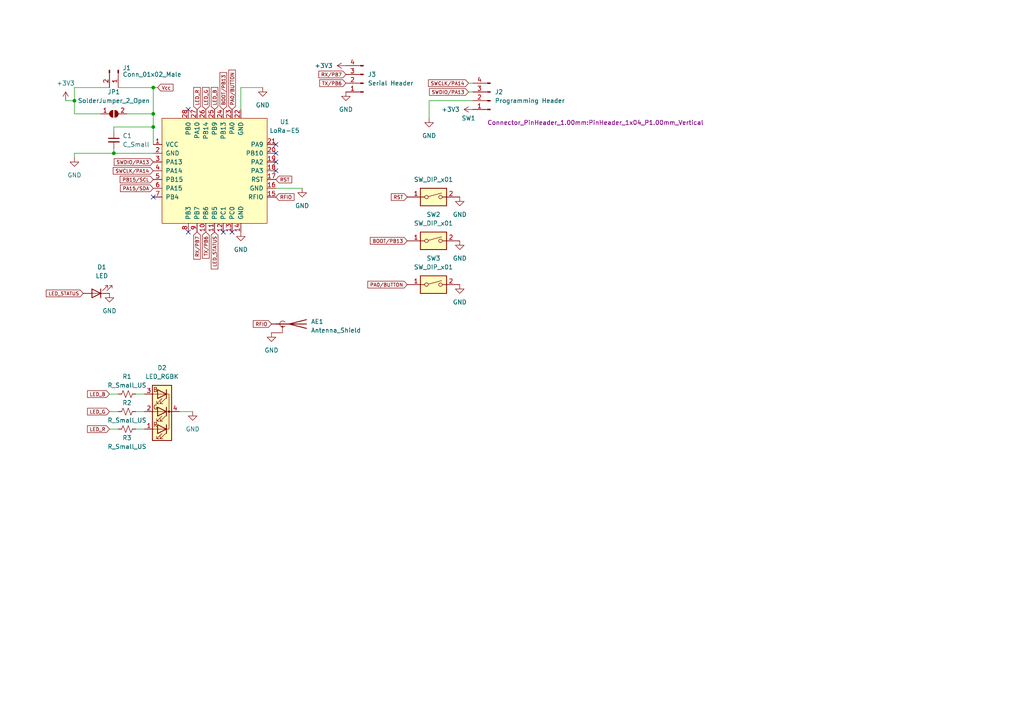
<source format=kicad_sch>
(kicad_sch (version 20211123) (generator eeschema)

  (uuid dd1aefee-663a-491b-9c5a-4a2c8c3812da)

  (paper "A4")

  (lib_symbols
    (symbol "Connector:Conn_01x02_Male" (pin_names (offset 1.016) hide) (in_bom yes) (on_board yes)
      (property "Reference" "J" (id 0) (at 0 2.54 0)
        (effects (font (size 1.27 1.27)))
      )
      (property "Value" "Conn_01x02_Male" (id 1) (at 0 -5.08 0)
        (effects (font (size 1.27 1.27)))
      )
      (property "Footprint" "" (id 2) (at 0 0 0)
        (effects (font (size 1.27 1.27)) hide)
      )
      (property "Datasheet" "~" (id 3) (at 0 0 0)
        (effects (font (size 1.27 1.27)) hide)
      )
      (property "ki_keywords" "connector" (id 4) (at 0 0 0)
        (effects (font (size 1.27 1.27)) hide)
      )
      (property "ki_description" "Generic connector, single row, 01x02, script generated (kicad-library-utils/schlib/autogen/connector/)" (id 5) (at 0 0 0)
        (effects (font (size 1.27 1.27)) hide)
      )
      (property "ki_fp_filters" "Connector*:*_1x??_*" (id 6) (at 0 0 0)
        (effects (font (size 1.27 1.27)) hide)
      )
      (symbol "Conn_01x02_Male_1_1"
        (polyline
          (pts
            (xy 1.27 -2.54)
            (xy 0.8636 -2.54)
          )
          (stroke (width 0.1524) (type default) (color 0 0 0 0))
          (fill (type none))
        )
        (polyline
          (pts
            (xy 1.27 0)
            (xy 0.8636 0)
          )
          (stroke (width 0.1524) (type default) (color 0 0 0 0))
          (fill (type none))
        )
        (rectangle (start 0.8636 -2.413) (end 0 -2.667)
          (stroke (width 0.1524) (type default) (color 0 0 0 0))
          (fill (type outline))
        )
        (rectangle (start 0.8636 0.127) (end 0 -0.127)
          (stroke (width 0.1524) (type default) (color 0 0 0 0))
          (fill (type outline))
        )
        (pin passive line (at 5.08 0 180) (length 3.81)
          (name "Pin_1" (effects (font (size 1.27 1.27))))
          (number "1" (effects (font (size 1.27 1.27))))
        )
        (pin passive line (at 5.08 -2.54 180) (length 3.81)
          (name "Pin_2" (effects (font (size 1.27 1.27))))
          (number "2" (effects (font (size 1.27 1.27))))
        )
      )
    )
    (symbol "Connector:Conn_01x04_Male" (pin_names (offset 1.016) hide) (in_bom yes) (on_board yes)
      (property "Reference" "J" (id 0) (at 0 5.08 0)
        (effects (font (size 1.27 1.27)))
      )
      (property "Value" "Conn_01x04_Male" (id 1) (at 0 -7.62 0)
        (effects (font (size 1.27 1.27)))
      )
      (property "Footprint" "" (id 2) (at 0 0 0)
        (effects (font (size 1.27 1.27)) hide)
      )
      (property "Datasheet" "~" (id 3) (at 0 0 0)
        (effects (font (size 1.27 1.27)) hide)
      )
      (property "ki_keywords" "connector" (id 4) (at 0 0 0)
        (effects (font (size 1.27 1.27)) hide)
      )
      (property "ki_description" "Generic connector, single row, 01x04, script generated (kicad-library-utils/schlib/autogen/connector/)" (id 5) (at 0 0 0)
        (effects (font (size 1.27 1.27)) hide)
      )
      (property "ki_fp_filters" "Connector*:*_1x??_*" (id 6) (at 0 0 0)
        (effects (font (size 1.27 1.27)) hide)
      )
      (symbol "Conn_01x04_Male_1_1"
        (polyline
          (pts
            (xy 1.27 -5.08)
            (xy 0.8636 -5.08)
          )
          (stroke (width 0.1524) (type default) (color 0 0 0 0))
          (fill (type none))
        )
        (polyline
          (pts
            (xy 1.27 -2.54)
            (xy 0.8636 -2.54)
          )
          (stroke (width 0.1524) (type default) (color 0 0 0 0))
          (fill (type none))
        )
        (polyline
          (pts
            (xy 1.27 0)
            (xy 0.8636 0)
          )
          (stroke (width 0.1524) (type default) (color 0 0 0 0))
          (fill (type none))
        )
        (polyline
          (pts
            (xy 1.27 2.54)
            (xy 0.8636 2.54)
          )
          (stroke (width 0.1524) (type default) (color 0 0 0 0))
          (fill (type none))
        )
        (rectangle (start 0.8636 -4.953) (end 0 -5.207)
          (stroke (width 0.1524) (type default) (color 0 0 0 0))
          (fill (type outline))
        )
        (rectangle (start 0.8636 -2.413) (end 0 -2.667)
          (stroke (width 0.1524) (type default) (color 0 0 0 0))
          (fill (type outline))
        )
        (rectangle (start 0.8636 0.127) (end 0 -0.127)
          (stroke (width 0.1524) (type default) (color 0 0 0 0))
          (fill (type outline))
        )
        (rectangle (start 0.8636 2.667) (end 0 2.413)
          (stroke (width 0.1524) (type default) (color 0 0 0 0))
          (fill (type outline))
        )
        (pin passive line (at 5.08 2.54 180) (length 3.81)
          (name "Pin_1" (effects (font (size 1.27 1.27))))
          (number "1" (effects (font (size 1.27 1.27))))
        )
        (pin passive line (at 5.08 0 180) (length 3.81)
          (name "Pin_2" (effects (font (size 1.27 1.27))))
          (number "2" (effects (font (size 1.27 1.27))))
        )
        (pin passive line (at 5.08 -2.54 180) (length 3.81)
          (name "Pin_3" (effects (font (size 1.27 1.27))))
          (number "3" (effects (font (size 1.27 1.27))))
        )
        (pin passive line (at 5.08 -5.08 180) (length 3.81)
          (name "Pin_4" (effects (font (size 1.27 1.27))))
          (number "4" (effects (font (size 1.27 1.27))))
        )
      )
    )
    (symbol "Device:Antenna_Shield" (pin_numbers hide) (pin_names (offset 1.016) hide) (in_bom yes) (on_board yes)
      (property "Reference" "AE" (id 0) (at -1.905 4.445 0)
        (effects (font (size 1.27 1.27)) (justify right))
      )
      (property "Value" "Antenna_Shield" (id 1) (at -1.905 2.54 0)
        (effects (font (size 1.27 1.27)) (justify right))
      )
      (property "Footprint" "" (id 2) (at 0 2.54 0)
        (effects (font (size 1.27 1.27)) hide)
      )
      (property "Datasheet" "~" (id 3) (at 0 2.54 0)
        (effects (font (size 1.27 1.27)) hide)
      )
      (property "ki_keywords" "antenna" (id 4) (at 0 0 0)
        (effects (font (size 1.27 1.27)) hide)
      )
      (property "ki_description" "Antenna with extra pin for shielding" (id 5) (at 0 0 0)
        (effects (font (size 1.27 1.27)) hide)
      )
      (symbol "Antenna_Shield_0_1"
        (arc (start -0.508 -1.143) (mid -0.8485 -2.1032) (end 0 -2.667)
          (stroke (width 0) (type default) (color 0 0 0 0))
          (fill (type none))
        )
        (arc (start 0 -2.667) (mid 0.8047 -2.0885) (end 0.508 -1.143)
          (stroke (width 0) (type default) (color 0 0 0 0))
          (fill (type none))
        )
        (polyline
          (pts
            (xy 0 -2.54)
            (xy 0 0)
          )
          (stroke (width 0) (type default) (color 0 0 0 0))
          (fill (type none))
        )
        (polyline
          (pts
            (xy 0 5.08)
            (xy 0 -3.81)
          )
          (stroke (width 0.254) (type default) (color 0 0 0 0))
          (fill (type none))
        )
        (polyline
          (pts
            (xy 0.762 -1.905)
            (xy 2.54 -1.905)
          )
          (stroke (width 0) (type default) (color 0 0 0 0))
          (fill (type none))
        )
        (polyline
          (pts
            (xy 2.54 -2.54)
            (xy 2.54 -1.905)
          )
          (stroke (width 0) (type default) (color 0 0 0 0))
          (fill (type none))
        )
        (polyline
          (pts
            (xy 1.27 5.08)
            (xy 0 0)
            (xy -1.27 5.08)
          )
          (stroke (width 0.254) (type default) (color 0 0 0 0))
          (fill (type none))
        )
        (circle (center 0.762 -1.905) (radius 0.1778)
          (stroke (width 0) (type default) (color 0 0 0 0))
          (fill (type outline))
        )
      )
      (symbol "Antenna_Shield_1_1"
        (pin input line (at 0 -5.08 90) (length 2.54)
          (name "A" (effects (font (size 1.27 1.27))))
          (number "1" (effects (font (size 1.27 1.27))))
        )
        (pin input line (at 2.54 -5.08 90) (length 2.54)
          (name "Shield" (effects (font (size 1.27 1.27))))
          (number "2" (effects (font (size 1.27 1.27))))
        )
      )
    )
    (symbol "Device:C_Small" (pin_numbers hide) (pin_names (offset 0.254) hide) (in_bom yes) (on_board yes)
      (property "Reference" "C" (id 0) (at 0.254 1.778 0)
        (effects (font (size 1.27 1.27)) (justify left))
      )
      (property "Value" "C_Small" (id 1) (at 0.254 -2.032 0)
        (effects (font (size 1.27 1.27)) (justify left))
      )
      (property "Footprint" "" (id 2) (at 0 0 0)
        (effects (font (size 1.27 1.27)) hide)
      )
      (property "Datasheet" "~" (id 3) (at 0 0 0)
        (effects (font (size 1.27 1.27)) hide)
      )
      (property "ki_keywords" "capacitor cap" (id 4) (at 0 0 0)
        (effects (font (size 1.27 1.27)) hide)
      )
      (property "ki_description" "Unpolarized capacitor, small symbol" (id 5) (at 0 0 0)
        (effects (font (size 1.27 1.27)) hide)
      )
      (property "ki_fp_filters" "C_*" (id 6) (at 0 0 0)
        (effects (font (size 1.27 1.27)) hide)
      )
      (symbol "C_Small_0_1"
        (polyline
          (pts
            (xy -1.524 -0.508)
            (xy 1.524 -0.508)
          )
          (stroke (width 0.3302) (type default) (color 0 0 0 0))
          (fill (type none))
        )
        (polyline
          (pts
            (xy -1.524 0.508)
            (xy 1.524 0.508)
          )
          (stroke (width 0.3048) (type default) (color 0 0 0 0))
          (fill (type none))
        )
      )
      (symbol "C_Small_1_1"
        (pin passive line (at 0 2.54 270) (length 2.032)
          (name "~" (effects (font (size 1.27 1.27))))
          (number "1" (effects (font (size 1.27 1.27))))
        )
        (pin passive line (at 0 -2.54 90) (length 2.032)
          (name "~" (effects (font (size 1.27 1.27))))
          (number "2" (effects (font (size 1.27 1.27))))
        )
      )
    )
    (symbol "Device:LED" (pin_numbers hide) (pin_names (offset 1.016) hide) (in_bom yes) (on_board yes)
      (property "Reference" "D" (id 0) (at 0 2.54 0)
        (effects (font (size 1.27 1.27)))
      )
      (property "Value" "LED" (id 1) (at 0 -2.54 0)
        (effects (font (size 1.27 1.27)))
      )
      (property "Footprint" "" (id 2) (at 0 0 0)
        (effects (font (size 1.27 1.27)) hide)
      )
      (property "Datasheet" "~" (id 3) (at 0 0 0)
        (effects (font (size 1.27 1.27)) hide)
      )
      (property "ki_keywords" "LED diode" (id 4) (at 0 0 0)
        (effects (font (size 1.27 1.27)) hide)
      )
      (property "ki_description" "Light emitting diode" (id 5) (at 0 0 0)
        (effects (font (size 1.27 1.27)) hide)
      )
      (property "ki_fp_filters" "LED* LED_SMD:* LED_THT:*" (id 6) (at 0 0 0)
        (effects (font (size 1.27 1.27)) hide)
      )
      (symbol "LED_0_1"
        (polyline
          (pts
            (xy -1.27 -1.27)
            (xy -1.27 1.27)
          )
          (stroke (width 0.254) (type default) (color 0 0 0 0))
          (fill (type none))
        )
        (polyline
          (pts
            (xy -1.27 0)
            (xy 1.27 0)
          )
          (stroke (width 0) (type default) (color 0 0 0 0))
          (fill (type none))
        )
        (polyline
          (pts
            (xy 1.27 -1.27)
            (xy 1.27 1.27)
            (xy -1.27 0)
            (xy 1.27 -1.27)
          )
          (stroke (width 0.254) (type default) (color 0 0 0 0))
          (fill (type none))
        )
        (polyline
          (pts
            (xy -3.048 -0.762)
            (xy -4.572 -2.286)
            (xy -3.81 -2.286)
            (xy -4.572 -2.286)
            (xy -4.572 -1.524)
          )
          (stroke (width 0) (type default) (color 0 0 0 0))
          (fill (type none))
        )
        (polyline
          (pts
            (xy -1.778 -0.762)
            (xy -3.302 -2.286)
            (xy -2.54 -2.286)
            (xy -3.302 -2.286)
            (xy -3.302 -1.524)
          )
          (stroke (width 0) (type default) (color 0 0 0 0))
          (fill (type none))
        )
      )
      (symbol "LED_1_1"
        (pin passive line (at -3.81 0 0) (length 2.54)
          (name "K" (effects (font (size 1.27 1.27))))
          (number "1" (effects (font (size 1.27 1.27))))
        )
        (pin passive line (at 3.81 0 180) (length 2.54)
          (name "A" (effects (font (size 1.27 1.27))))
          (number "2" (effects (font (size 1.27 1.27))))
        )
      )
    )
    (symbol "Device:LED_RGBK" (pin_names (offset 0) hide) (in_bom yes) (on_board yes)
      (property "Reference" "D" (id 0) (at 0 9.398 0)
        (effects (font (size 1.27 1.27)))
      )
      (property "Value" "LED_RGBK" (id 1) (at 0 -8.89 0)
        (effects (font (size 1.27 1.27)))
      )
      (property "Footprint" "" (id 2) (at 0 -1.27 0)
        (effects (font (size 1.27 1.27)) hide)
      )
      (property "Datasheet" "~" (id 3) (at 0 -1.27 0)
        (effects (font (size 1.27 1.27)) hide)
      )
      (property "ki_keywords" "LED RGB diode" (id 4) (at 0 0 0)
        (effects (font (size 1.27 1.27)) hide)
      )
      (property "ki_description" "RGB LED, red/green/blue/cathode" (id 5) (at 0 0 0)
        (effects (font (size 1.27 1.27)) hide)
      )
      (property "ki_fp_filters" "LED* LED_SMD:* LED_THT:*" (id 6) (at 0 0 0)
        (effects (font (size 1.27 1.27)) hide)
      )
      (symbol "LED_RGBK_0_0"
        (text "B" (at 1.905 -6.35 0)
          (effects (font (size 1.27 1.27)))
        )
        (text "G" (at 1.905 -1.27 0)
          (effects (font (size 1.27 1.27)))
        )
        (text "R" (at 1.905 3.81 0)
          (effects (font (size 1.27 1.27)))
        )
      )
      (symbol "LED_RGBK_0_1"
        (circle (center -2.032 0) (radius 0.254)
          (stroke (width 0) (type default) (color 0 0 0 0))
          (fill (type outline))
        )
        (polyline
          (pts
            (xy -1.27 -5.08)
            (xy 1.27 -5.08)
          )
          (stroke (width 0) (type default) (color 0 0 0 0))
          (fill (type none))
        )
        (polyline
          (pts
            (xy -1.27 -3.81)
            (xy -1.27 -6.35)
          )
          (stroke (width 0.254) (type default) (color 0 0 0 0))
          (fill (type none))
        )
        (polyline
          (pts
            (xy -1.27 0)
            (xy -2.54 0)
          )
          (stroke (width 0) (type default) (color 0 0 0 0))
          (fill (type none))
        )
        (polyline
          (pts
            (xy -1.27 1.27)
            (xy -1.27 -1.27)
          )
          (stroke (width 0.254) (type default) (color 0 0 0 0))
          (fill (type none))
        )
        (polyline
          (pts
            (xy -1.27 5.08)
            (xy 1.27 5.08)
          )
          (stroke (width 0) (type default) (color 0 0 0 0))
          (fill (type none))
        )
        (polyline
          (pts
            (xy -1.27 6.35)
            (xy -1.27 3.81)
          )
          (stroke (width 0.254) (type default) (color 0 0 0 0))
          (fill (type none))
        )
        (polyline
          (pts
            (xy 1.27 -5.08)
            (xy 2.54 -5.08)
          )
          (stroke (width 0) (type default) (color 0 0 0 0))
          (fill (type none))
        )
        (polyline
          (pts
            (xy 1.27 0)
            (xy -1.27 0)
          )
          (stroke (width 0) (type default) (color 0 0 0 0))
          (fill (type none))
        )
        (polyline
          (pts
            (xy 1.27 0)
            (xy 2.54 0)
          )
          (stroke (width 0) (type default) (color 0 0 0 0))
          (fill (type none))
        )
        (polyline
          (pts
            (xy 1.27 5.08)
            (xy 2.54 5.08)
          )
          (stroke (width 0) (type default) (color 0 0 0 0))
          (fill (type none))
        )
        (polyline
          (pts
            (xy -1.27 1.27)
            (xy -1.27 -1.27)
            (xy -1.27 -1.27)
          )
          (stroke (width 0) (type default) (color 0 0 0 0))
          (fill (type none))
        )
        (polyline
          (pts
            (xy -1.27 6.35)
            (xy -1.27 3.81)
            (xy -1.27 3.81)
          )
          (stroke (width 0) (type default) (color 0 0 0 0))
          (fill (type none))
        )
        (polyline
          (pts
            (xy -1.27 5.08)
            (xy -2.032 5.08)
            (xy -2.032 -5.08)
            (xy -1.016 -5.08)
          )
          (stroke (width 0) (type default) (color 0 0 0 0))
          (fill (type none))
        )
        (polyline
          (pts
            (xy 1.27 -3.81)
            (xy 1.27 -6.35)
            (xy -1.27 -5.08)
            (xy 1.27 -3.81)
          )
          (stroke (width 0.254) (type default) (color 0 0 0 0))
          (fill (type none))
        )
        (polyline
          (pts
            (xy 1.27 1.27)
            (xy 1.27 -1.27)
            (xy -1.27 0)
            (xy 1.27 1.27)
          )
          (stroke (width 0.254) (type default) (color 0 0 0 0))
          (fill (type none))
        )
        (polyline
          (pts
            (xy 1.27 6.35)
            (xy 1.27 3.81)
            (xy -1.27 5.08)
            (xy 1.27 6.35)
          )
          (stroke (width 0.254) (type default) (color 0 0 0 0))
          (fill (type none))
        )
        (polyline
          (pts
            (xy -1.016 -3.81)
            (xy 0.508 -2.286)
            (xy -0.254 -2.286)
            (xy 0.508 -2.286)
            (xy 0.508 -3.048)
          )
          (stroke (width 0) (type default) (color 0 0 0 0))
          (fill (type none))
        )
        (polyline
          (pts
            (xy -1.016 1.27)
            (xy 0.508 2.794)
            (xy -0.254 2.794)
            (xy 0.508 2.794)
            (xy 0.508 2.032)
          )
          (stroke (width 0) (type default) (color 0 0 0 0))
          (fill (type none))
        )
        (polyline
          (pts
            (xy -1.016 6.35)
            (xy 0.508 7.874)
            (xy -0.254 7.874)
            (xy 0.508 7.874)
            (xy 0.508 7.112)
          )
          (stroke (width 0) (type default) (color 0 0 0 0))
          (fill (type none))
        )
        (polyline
          (pts
            (xy 0 -3.81)
            (xy 1.524 -2.286)
            (xy 0.762 -2.286)
            (xy 1.524 -2.286)
            (xy 1.524 -3.048)
          )
          (stroke (width 0) (type default) (color 0 0 0 0))
          (fill (type none))
        )
        (polyline
          (pts
            (xy 0 1.27)
            (xy 1.524 2.794)
            (xy 0.762 2.794)
            (xy 1.524 2.794)
            (xy 1.524 2.032)
          )
          (stroke (width 0) (type default) (color 0 0 0 0))
          (fill (type none))
        )
        (polyline
          (pts
            (xy 0 6.35)
            (xy 1.524 7.874)
            (xy 0.762 7.874)
            (xy 1.524 7.874)
            (xy 1.524 7.112)
          )
          (stroke (width 0) (type default) (color 0 0 0 0))
          (fill (type none))
        )
        (rectangle (start 1.27 -1.27) (end 1.27 1.27)
          (stroke (width 0) (type default) (color 0 0 0 0))
          (fill (type none))
        )
        (rectangle (start 1.27 1.27) (end 1.27 1.27)
          (stroke (width 0) (type default) (color 0 0 0 0))
          (fill (type none))
        )
        (rectangle (start 1.27 3.81) (end 1.27 6.35)
          (stroke (width 0) (type default) (color 0 0 0 0))
          (fill (type none))
        )
        (rectangle (start 1.27 6.35) (end 1.27 6.35)
          (stroke (width 0) (type default) (color 0 0 0 0))
          (fill (type none))
        )
        (rectangle (start 2.794 8.382) (end -2.794 -7.62)
          (stroke (width 0.254) (type default) (color 0 0 0 0))
          (fill (type background))
        )
      )
      (symbol "LED_RGBK_1_1"
        (pin passive line (at 5.08 5.08 180) (length 2.54)
          (name "RA" (effects (font (size 1.27 1.27))))
          (number "1" (effects (font (size 1.27 1.27))))
        )
        (pin passive line (at 5.08 0 180) (length 2.54)
          (name "GA" (effects (font (size 1.27 1.27))))
          (number "2" (effects (font (size 1.27 1.27))))
        )
        (pin passive line (at 5.08 -5.08 180) (length 2.54)
          (name "BA" (effects (font (size 1.27 1.27))))
          (number "3" (effects (font (size 1.27 1.27))))
        )
        (pin passive line (at -5.08 0 0) (length 2.54)
          (name "K" (effects (font (size 1.27 1.27))))
          (number "4" (effects (font (size 1.27 1.27))))
        )
      )
    )
    (symbol "Device:R_Small_US" (pin_numbers hide) (pin_names (offset 0.254) hide) (in_bom yes) (on_board yes)
      (property "Reference" "R" (id 0) (at 0.762 0.508 0)
        (effects (font (size 1.27 1.27)) (justify left))
      )
      (property "Value" "R_Small_US" (id 1) (at 0.762 -1.016 0)
        (effects (font (size 1.27 1.27)) (justify left))
      )
      (property "Footprint" "" (id 2) (at 0 0 0)
        (effects (font (size 1.27 1.27)) hide)
      )
      (property "Datasheet" "~" (id 3) (at 0 0 0)
        (effects (font (size 1.27 1.27)) hide)
      )
      (property "ki_keywords" "r resistor" (id 4) (at 0 0 0)
        (effects (font (size 1.27 1.27)) hide)
      )
      (property "ki_description" "Resistor, small US symbol" (id 5) (at 0 0 0)
        (effects (font (size 1.27 1.27)) hide)
      )
      (property "ki_fp_filters" "R_*" (id 6) (at 0 0 0)
        (effects (font (size 1.27 1.27)) hide)
      )
      (symbol "R_Small_US_1_1"
        (polyline
          (pts
            (xy 0 0)
            (xy 1.016 -0.381)
            (xy 0 -0.762)
            (xy -1.016 -1.143)
            (xy 0 -1.524)
          )
          (stroke (width 0) (type default) (color 0 0 0 0))
          (fill (type none))
        )
        (polyline
          (pts
            (xy 0 1.524)
            (xy 1.016 1.143)
            (xy 0 0.762)
            (xy -1.016 0.381)
            (xy 0 0)
          )
          (stroke (width 0) (type default) (color 0 0 0 0))
          (fill (type none))
        )
        (pin passive line (at 0 2.54 270) (length 1.016)
          (name "~" (effects (font (size 1.27 1.27))))
          (number "1" (effects (font (size 1.27 1.27))))
        )
        (pin passive line (at 0 -2.54 90) (length 1.016)
          (name "~" (effects (font (size 1.27 1.27))))
          (number "2" (effects (font (size 1.27 1.27))))
        )
      )
    )
    (symbol "Jumper:SolderJumper_2_Open" (pin_names (offset 0) hide) (in_bom yes) (on_board yes)
      (property "Reference" "JP" (id 0) (at 0 2.032 0)
        (effects (font (size 1.27 1.27)))
      )
      (property "Value" "SolderJumper_2_Open" (id 1) (at 0 -2.54 0)
        (effects (font (size 1.27 1.27)))
      )
      (property "Footprint" "" (id 2) (at 0 0 0)
        (effects (font (size 1.27 1.27)) hide)
      )
      (property "Datasheet" "~" (id 3) (at 0 0 0)
        (effects (font (size 1.27 1.27)) hide)
      )
      (property "ki_keywords" "solder jumper SPST" (id 4) (at 0 0 0)
        (effects (font (size 1.27 1.27)) hide)
      )
      (property "ki_description" "Solder Jumper, 2-pole, open" (id 5) (at 0 0 0)
        (effects (font (size 1.27 1.27)) hide)
      )
      (property "ki_fp_filters" "SolderJumper*Open*" (id 6) (at 0 0 0)
        (effects (font (size 1.27 1.27)) hide)
      )
      (symbol "SolderJumper_2_Open_0_1"
        (arc (start -0.254 1.016) (mid -1.27 0) (end -0.254 -1.016)
          (stroke (width 0) (type default) (color 0 0 0 0))
          (fill (type none))
        )
        (arc (start -0.254 1.016) (mid -1.27 0) (end -0.254 -1.016)
          (stroke (width 0) (type default) (color 0 0 0 0))
          (fill (type outline))
        )
        (polyline
          (pts
            (xy -0.254 1.016)
            (xy -0.254 -1.016)
          )
          (stroke (width 0) (type default) (color 0 0 0 0))
          (fill (type none))
        )
        (polyline
          (pts
            (xy 0.254 1.016)
            (xy 0.254 -1.016)
          )
          (stroke (width 0) (type default) (color 0 0 0 0))
          (fill (type none))
        )
        (arc (start 0.254 -1.016) (mid 1.27 0) (end 0.254 1.016)
          (stroke (width 0) (type default) (color 0 0 0 0))
          (fill (type none))
        )
        (arc (start 0.254 -1.016) (mid 1.27 0) (end 0.254 1.016)
          (stroke (width 0) (type default) (color 0 0 0 0))
          (fill (type outline))
        )
      )
      (symbol "SolderJumper_2_Open_1_1"
        (pin passive line (at -3.81 0 0) (length 2.54)
          (name "A" (effects (font (size 1.27 1.27))))
          (number "1" (effects (font (size 1.27 1.27))))
        )
        (pin passive line (at 3.81 0 180) (length 2.54)
          (name "B" (effects (font (size 1.27 1.27))))
          (number "2" (effects (font (size 1.27 1.27))))
        )
      )
    )
    (symbol "LoRa-E5:LoRa-E5" (pin_names (offset 1.016)) (in_bom yes) (on_board yes)
      (property "Reference" "U" (id 0) (at 0 0 0)
        (effects (font (size 1.27 1.27)))
      )
      (property "Value" "LoRa-E5" (id 1) (at 0 2.54 0)
        (effects (font (size 1.27 1.27)))
      )
      (property "Footprint" "" (id 2) (at 0 0 0)
        (effects (font (size 1.27 1.27)) hide)
      )
      (property "Datasheet" "" (id 3) (at 0 0 0)
        (effects (font (size 1.27 1.27)) hide)
      )
      (symbol "LoRa-E5_0_1"
        (rectangle (start -15.24 15.24) (end 15.24 -15.24)
          (stroke (width 0) (type default) (color 0 0 0 0))
          (fill (type background))
        )
      )
      (symbol "LoRa-E5_1_1"
        (pin input line (at -17.78 7.62 0) (length 2.54)
          (name "VCC" (effects (font (size 1.27 1.27))))
          (number "1" (effects (font (size 1.27 1.27))))
        )
        (pin input line (at -2.54 -17.78 90) (length 2.54)
          (name "PB6" (effects (font (size 1.27 1.27))))
          (number "10" (effects (font (size 1.27 1.27))))
        )
        (pin input line (at 0 -17.78 90) (length 2.54)
          (name "PB5" (effects (font (size 1.27 1.27))))
          (number "11" (effects (font (size 1.27 1.27))))
        )
        (pin input line (at 2.54 -17.78 90) (length 2.54)
          (name "PC1" (effects (font (size 1.27 1.27))))
          (number "12" (effects (font (size 1.27 1.27))))
        )
        (pin input line (at 5.08 -17.78 90) (length 2.54)
          (name "PC0" (effects (font (size 1.27 1.27))))
          (number "13" (effects (font (size 1.27 1.27))))
        )
        (pin input line (at 7.62 -17.78 90) (length 2.54)
          (name "GND" (effects (font (size 1.27 1.27))))
          (number "14" (effects (font (size 1.27 1.27))))
        )
        (pin input line (at 17.78 -7.62 180) (length 2.54)
          (name "RFIO" (effects (font (size 1.27 1.27))))
          (number "15" (effects (font (size 1.27 1.27))))
        )
        (pin input line (at 17.78 -5.08 180) (length 2.54)
          (name "GND" (effects (font (size 1.27 1.27))))
          (number "16" (effects (font (size 1.27 1.27))))
        )
        (pin input line (at 17.78 -2.54 180) (length 2.54)
          (name "RST" (effects (font (size 1.27 1.27))))
          (number "17" (effects (font (size 1.27 1.27))))
        )
        (pin input line (at 17.78 0 180) (length 2.54)
          (name "PA3" (effects (font (size 1.27 1.27))))
          (number "18" (effects (font (size 1.27 1.27))))
        )
        (pin input line (at 17.78 2.54 180) (length 2.54)
          (name "PA2" (effects (font (size 1.27 1.27))))
          (number "19" (effects (font (size 1.27 1.27))))
        )
        (pin input line (at -17.78 5.08 0) (length 2.54)
          (name "GND" (effects (font (size 1.27 1.27))))
          (number "2" (effects (font (size 1.27 1.27))))
        )
        (pin input line (at 17.78 5.08 180) (length 2.54)
          (name "PB10" (effects (font (size 1.27 1.27))))
          (number "20" (effects (font (size 1.27 1.27))))
        )
        (pin input line (at 17.78 7.62 180) (length 2.54)
          (name "PA9" (effects (font (size 1.27 1.27))))
          (number "21" (effects (font (size 1.27 1.27))))
        )
        (pin input line (at 7.62 17.78 270) (length 2.54)
          (name "GND" (effects (font (size 1.27 1.27))))
          (number "22" (effects (font (size 1.27 1.27))))
        )
        (pin input line (at 5.08 17.78 270) (length 2.54)
          (name "PA0" (effects (font (size 1.27 1.27))))
          (number "23" (effects (font (size 1.27 1.27))))
        )
        (pin input line (at 2.54 17.78 270) (length 2.54)
          (name "PB13~{}" (effects (font (size 1.27 1.27))))
          (number "24" (effects (font (size 1.27 1.27))))
        )
        (pin input line (at 0 17.78 270) (length 2.54)
          (name "PB9" (effects (font (size 1.27 1.27))))
          (number "25" (effects (font (size 1.27 1.27))))
        )
        (pin input line (at -2.54 17.78 270) (length 2.54)
          (name "PB14" (effects (font (size 1.27 1.27))))
          (number "26" (effects (font (size 1.27 1.27))))
        )
        (pin input line (at -5.08 17.78 270) (length 2.54)
          (name "PA10" (effects (font (size 1.27 1.27))))
          (number "27" (effects (font (size 1.27 1.27))))
        )
        (pin input line (at -7.62 17.78 270) (length 2.54)
          (name "PB0" (effects (font (size 1.27 1.27))))
          (number "28" (effects (font (size 1.27 1.27))))
        )
        (pin input line (at -17.78 2.54 0) (length 2.54)
          (name "PA13" (effects (font (size 1.27 1.27))))
          (number "3" (effects (font (size 1.27 1.27))))
        )
        (pin input line (at -17.78 0 0) (length 2.54)
          (name "PA14" (effects (font (size 1.27 1.27))))
          (number "4" (effects (font (size 1.27 1.27))))
        )
        (pin input line (at -17.78 -2.54 0) (length 2.54)
          (name "PB15" (effects (font (size 1.27 1.27))))
          (number "5" (effects (font (size 1.27 1.27))))
        )
        (pin input line (at -17.78 -5.08 0) (length 2.54)
          (name "PA15" (effects (font (size 1.27 1.27))))
          (number "6" (effects (font (size 1.27 1.27))))
        )
        (pin input line (at -17.78 -7.62 0) (length 2.54)
          (name "PB4" (effects (font (size 1.27 1.27))))
          (number "7" (effects (font (size 1.27 1.27))))
        )
        (pin input line (at -7.62 -17.78 90) (length 2.54)
          (name "PB3" (effects (font (size 1.27 1.27))))
          (number "8" (effects (font (size 1.27 1.27))))
        )
        (pin input line (at -5.08 -17.78 90) (length 2.54)
          (name "PB7" (effects (font (size 1.27 1.27))))
          (number "9" (effects (font (size 1.27 1.27))))
        )
      )
    )
    (symbol "Switch:SW_DIP_x01" (pin_names (offset 0) hide) (in_bom yes) (on_board yes)
      (property "Reference" "SW" (id 0) (at 0 3.81 0)
        (effects (font (size 1.27 1.27)))
      )
      (property "Value" "SW_DIP_x01" (id 1) (at 0 -3.81 0)
        (effects (font (size 1.27 1.27)))
      )
      (property "Footprint" "" (id 2) (at 0 0 0)
        (effects (font (size 1.27 1.27)) hide)
      )
      (property "Datasheet" "~" (id 3) (at 0 0 0)
        (effects (font (size 1.27 1.27)) hide)
      )
      (property "ki_keywords" "dip switch" (id 4) (at 0 0 0)
        (effects (font (size 1.27 1.27)) hide)
      )
      (property "ki_description" "1x DIP Switch, Single Pole Single Throw (SPST) switch, small symbol" (id 5) (at 0 0 0)
        (effects (font (size 1.27 1.27)) hide)
      )
      (property "ki_fp_filters" "SW?DIP?x1*" (id 6) (at 0 0 0)
        (effects (font (size 1.27 1.27)) hide)
      )
      (symbol "SW_DIP_x01_0_0"
        (circle (center -2.032 0) (radius 0.508)
          (stroke (width 0) (type default) (color 0 0 0 0))
          (fill (type none))
        )
        (polyline
          (pts
            (xy -1.524 0.127)
            (xy 2.3622 1.1684)
          )
          (stroke (width 0) (type default) (color 0 0 0 0))
          (fill (type none))
        )
        (circle (center 2.032 0) (radius 0.508)
          (stroke (width 0) (type default) (color 0 0 0 0))
          (fill (type none))
        )
      )
      (symbol "SW_DIP_x01_0_1"
        (rectangle (start -3.81 2.54) (end 3.81 -2.54)
          (stroke (width 0.254) (type default) (color 0 0 0 0))
          (fill (type background))
        )
      )
      (symbol "SW_DIP_x01_1_1"
        (pin passive line (at -7.62 0 0) (length 5.08)
          (name "~" (effects (font (size 1.27 1.27))))
          (number "1" (effects (font (size 1.27 1.27))))
        )
        (pin passive line (at 7.62 0 180) (length 5.08)
          (name "~" (effects (font (size 1.27 1.27))))
          (number "2" (effects (font (size 1.27 1.27))))
        )
      )
    )
    (symbol "power:+3.3V" (power) (pin_names (offset 0)) (in_bom yes) (on_board yes)
      (property "Reference" "#PWR" (id 0) (at 0 -3.81 0)
        (effects (font (size 1.27 1.27)) hide)
      )
      (property "Value" "+3.3V" (id 1) (at 0 3.556 0)
        (effects (font (size 1.27 1.27)))
      )
      (property "Footprint" "" (id 2) (at 0 0 0)
        (effects (font (size 1.27 1.27)) hide)
      )
      (property "Datasheet" "" (id 3) (at 0 0 0)
        (effects (font (size 1.27 1.27)) hide)
      )
      (property "ki_keywords" "power-flag" (id 4) (at 0 0 0)
        (effects (font (size 1.27 1.27)) hide)
      )
      (property "ki_description" "Power symbol creates a global label with name \"+3.3V\"" (id 5) (at 0 0 0)
        (effects (font (size 1.27 1.27)) hide)
      )
      (symbol "+3.3V_0_1"
        (polyline
          (pts
            (xy -0.762 1.27)
            (xy 0 2.54)
          )
          (stroke (width 0) (type default) (color 0 0 0 0))
          (fill (type none))
        )
        (polyline
          (pts
            (xy 0 0)
            (xy 0 2.54)
          )
          (stroke (width 0) (type default) (color 0 0 0 0))
          (fill (type none))
        )
        (polyline
          (pts
            (xy 0 2.54)
            (xy 0.762 1.27)
          )
          (stroke (width 0) (type default) (color 0 0 0 0))
          (fill (type none))
        )
      )
      (symbol "+3.3V_1_1"
        (pin power_in line (at 0 0 90) (length 0) hide
          (name "+3V3" (effects (font (size 1.27 1.27))))
          (number "1" (effects (font (size 1.27 1.27))))
        )
      )
    )
    (symbol "power:GND" (power) (pin_names (offset 0)) (in_bom yes) (on_board yes)
      (property "Reference" "#PWR" (id 0) (at 0 -6.35 0)
        (effects (font (size 1.27 1.27)) hide)
      )
      (property "Value" "GND" (id 1) (at 0 -3.81 0)
        (effects (font (size 1.27 1.27)))
      )
      (property "Footprint" "" (id 2) (at 0 0 0)
        (effects (font (size 1.27 1.27)) hide)
      )
      (property "Datasheet" "" (id 3) (at 0 0 0)
        (effects (font (size 1.27 1.27)) hide)
      )
      (property "ki_keywords" "power-flag" (id 4) (at 0 0 0)
        (effects (font (size 1.27 1.27)) hide)
      )
      (property "ki_description" "Power symbol creates a global label with name \"GND\" , ground" (id 5) (at 0 0 0)
        (effects (font (size 1.27 1.27)) hide)
      )
      (symbol "GND_0_1"
        (polyline
          (pts
            (xy 0 0)
            (xy 0 -1.27)
            (xy 1.27 -1.27)
            (xy 0 -2.54)
            (xy -1.27 -1.27)
            (xy 0 -1.27)
          )
          (stroke (width 0) (type default) (color 0 0 0 0))
          (fill (type none))
        )
      )
      (symbol "GND_1_1"
        (pin power_in line (at 0 0 270) (length 0) hide
          (name "GND" (effects (font (size 1.27 1.27))))
          (number "1" (effects (font (size 1.27 1.27))))
        )
      )
    )
  )

  (junction (at 44.45 36.83) (diameter 0) (color 0 0 0 0)
    (uuid 582490e2-41ab-4489-a143-4f155110f76d)
  )
  (junction (at 44.45 25.4) (diameter 0) (color 0 0 0 0)
    (uuid 6a72bb0e-101f-4fbb-b26d-c885587c7e07)
  )
  (junction (at 33.02 44.45) (diameter 0) (color 0 0 0 0)
    (uuid 98160b36-f6ef-4e3a-ae86-d87cb1b6439a)
  )
  (junction (at 44.45 33.02) (diameter 0) (color 0 0 0 0)
    (uuid c89c3256-a7ec-4a99-a01b-68078c5f0a35)
  )
  (junction (at 21.59 29.21) (diameter 0) (color 0 0 0 0)
    (uuid e64c4523-8ec6-43d9-9322-3253155bf1e3)
  )

  (no_connect (at 80.01 49.53) (uuid bb6bb613-3ac2-4850-b798-3eeb65226bf4))
  (no_connect (at 80.01 46.99) (uuid bb6bb613-3ac2-4850-b798-3eeb65226bf5))
  (no_connect (at 64.77 67.31) (uuid bb6bb613-3ac2-4850-b798-3eeb65226bf6))
  (no_connect (at 67.31 67.31) (uuid bb6bb613-3ac2-4850-b798-3eeb65226bf7))
  (no_connect (at 54.61 31.75) (uuid bb6bb613-3ac2-4850-b798-3eeb65226bf8))
  (no_connect (at 80.01 44.45) (uuid cc02db08-2042-4156-bbe8-c742538dfaf7))
  (no_connect (at 80.01 41.91) (uuid cc02db08-2042-4156-bbe8-c742538dfaf8))
  (no_connect (at 54.61 67.31) (uuid cc02db08-2042-4156-bbe8-c742538dfaf9))
  (no_connect (at 44.45 57.15) (uuid cc02db08-2042-4156-bbe8-c742538dfafa))

  (wire (pts (xy 29.21 33.02) (xy 21.59 33.02))
    (stroke (width 0) (type default) (color 0 0 0 0))
    (uuid 0d6496c4-5f6f-4696-8749-4f8eb4cdf7bf)
  )
  (wire (pts (xy 21.59 29.21) (xy 21.59 33.02))
    (stroke (width 0) (type default) (color 0 0 0 0))
    (uuid 14218dd8-a17e-4c96-b933-6e2538a14697)
  )
  (wire (pts (xy 31.75 25.4) (xy 21.59 25.4))
    (stroke (width 0) (type default) (color 0 0 0 0))
    (uuid 20f9be0e-d127-42af-810e-62cfbd4f97aa)
  )
  (wire (pts (xy 39.37 119.38) (xy 41.91 119.38))
    (stroke (width 0) (type default) (color 0 0 0 0))
    (uuid 247c9e8d-bf57-4abc-9b07-ca575a5cd8ef)
  )
  (wire (pts (xy 55.88 119.38) (xy 52.07 119.38))
    (stroke (width 0) (type default) (color 0 0 0 0))
    (uuid 250f24bd-73af-4a39-8e74-f2dd2ed86512)
  )
  (wire (pts (xy 21.59 44.45) (xy 21.59 45.72))
    (stroke (width 0) (type default) (color 0 0 0 0))
    (uuid 2d5c4cc7-2d66-4dd7-a21c-386dbb27c9da)
  )
  (wire (pts (xy 31.75 124.46) (xy 34.29 124.46))
    (stroke (width 0) (type default) (color 0 0 0 0))
    (uuid 30e6da1a-ec42-41f7-ae0a-ea640aeea44d)
  )
  (wire (pts (xy 87.63 54.61) (xy 80.01 54.61))
    (stroke (width 0) (type default) (color 0 0 0 0))
    (uuid 3ba3da55-4b0d-4014-a73c-ad5e317b85b9)
  )
  (wire (pts (xy 31.75 114.3) (xy 34.29 114.3))
    (stroke (width 0) (type default) (color 0 0 0 0))
    (uuid 449ef6e4-6c58-414e-8a49-6c0ed0a23852)
  )
  (wire (pts (xy 124.46 29.21) (xy 137.16 29.21))
    (stroke (width 0) (type default) (color 0 0 0 0))
    (uuid 49024beb-a03b-49e2-bf5d-33c28be20370)
  )
  (wire (pts (xy 69.85 25.4) (xy 76.2 25.4))
    (stroke (width 0) (type default) (color 0 0 0 0))
    (uuid 5d554ad5-4e41-447a-b523-0324b1deb504)
  )
  (wire (pts (xy 135.89 26.67) (xy 137.16 26.67))
    (stroke (width 0) (type default) (color 0 0 0 0))
    (uuid 5e41528d-7007-4969-89be-b525df4fa935)
  )
  (wire (pts (xy 124.46 29.21) (xy 124.46 34.29))
    (stroke (width 0) (type default) (color 0 0 0 0))
    (uuid 60e00458-c119-4ba5-83f4-65b898c6692d)
  )
  (wire (pts (xy 21.59 44.45) (xy 33.02 44.45))
    (stroke (width 0) (type default) (color 0 0 0 0))
    (uuid 63b8f900-2792-4f97-8076-b0ce67a43210)
  )
  (wire (pts (xy 69.85 25.4) (xy 69.85 31.75))
    (stroke (width 0) (type default) (color 0 0 0 0))
    (uuid 6759c541-912f-42c1-ab31-2c3f5fe183b1)
  )
  (wire (pts (xy 19.05 29.21) (xy 21.59 29.21))
    (stroke (width 0) (type default) (color 0 0 0 0))
    (uuid 6d23205d-5809-49ba-ae42-5d681fc97d73)
  )
  (wire (pts (xy 33.02 44.45) (xy 44.45 44.45))
    (stroke (width 0) (type default) (color 0 0 0 0))
    (uuid 7c0f340a-0321-4a38-8d7a-474c0feac075)
  )
  (wire (pts (xy 21.59 25.4) (xy 21.59 29.21))
    (stroke (width 0) (type default) (color 0 0 0 0))
    (uuid 8b432ebc-14c2-4b5f-a17f-bf02365ac665)
  )
  (wire (pts (xy 39.37 114.3) (xy 41.91 114.3))
    (stroke (width 0) (type default) (color 0 0 0 0))
    (uuid 950ad6fb-96d2-437c-98b2-6465abbddcb7)
  )
  (wire (pts (xy 45.72 25.4) (xy 44.45 25.4))
    (stroke (width 0) (type default) (color 0 0 0 0))
    (uuid 9c720083-f90a-4a8c-93ac-fccb8396e75f)
  )
  (wire (pts (xy 39.37 124.46) (xy 41.91 124.46))
    (stroke (width 0) (type default) (color 0 0 0 0))
    (uuid 9ea0bb5a-1fb1-4183-84e9-90b982999428)
  )
  (wire (pts (xy 36.83 33.02) (xy 44.45 33.02))
    (stroke (width 0) (type default) (color 0 0 0 0))
    (uuid 9f8ecdb9-76a5-4900-aabc-f7928dbaeac8)
  )
  (wire (pts (xy 33.02 43.18) (xy 33.02 44.45))
    (stroke (width 0) (type default) (color 0 0 0 0))
    (uuid a5e1cd8e-bb57-48f5-9da1-ae47f3bc424b)
  )
  (wire (pts (xy 44.45 36.83) (xy 44.45 41.91))
    (stroke (width 0) (type default) (color 0 0 0 0))
    (uuid ae1f8543-3536-47a5-9b0e-abecab6979a1)
  )
  (wire (pts (xy 33.02 38.1) (xy 33.02 36.83))
    (stroke (width 0) (type default) (color 0 0 0 0))
    (uuid b60b4fde-d28d-452a-8b7b-acbdacc4db12)
  )
  (wire (pts (xy 44.45 25.4) (xy 34.29 25.4))
    (stroke (width 0) (type default) (color 0 0 0 0))
    (uuid bc80c0be-a6dd-405c-a3f4-73c11b302362)
  )
  (wire (pts (xy 44.45 33.02) (xy 44.45 36.83))
    (stroke (width 0) (type default) (color 0 0 0 0))
    (uuid e40389d4-d52c-437c-bfb4-7790645b9686)
  )
  (wire (pts (xy 33.02 36.83) (xy 44.45 36.83))
    (stroke (width 0) (type default) (color 0 0 0 0))
    (uuid f0d63d07-4b89-476d-ad8f-2493efc23b70)
  )
  (wire (pts (xy 135.89 24.13) (xy 137.16 24.13))
    (stroke (width 0) (type default) (color 0 0 0 0))
    (uuid fbf9fe13-5f3e-461b-a0c7-5ca778c92fa3)
  )
  (wire (pts (xy 44.45 25.4) (xy 44.45 33.02))
    (stroke (width 0) (type default) (color 0 0 0 0))
    (uuid fdc72ae7-2e23-4a1f-97e0-e975cb7655c0)
  )
  (wire (pts (xy 31.75 119.38) (xy 34.29 119.38))
    (stroke (width 0) (type default) (color 0 0 0 0))
    (uuid fe9e9f21-2e7d-4a1f-9cf8-dbb5f94d13c1)
  )

  (global_label "LED_STATUS" (shape input) (at 24.13 85.09 180) (fields_autoplaced)
    (effects (font (size 1 1)) (justify right))
    (uuid 18319442-747b-4266-b559-1949508c5506)
    (property "Intersheet References" "${INTERSHEET_REFS}" (id 0) (at 13.4205 85.0275 0)
      (effects (font (size 1 1)) (justify right) hide)
    )
  )
  (global_label "RFIO" (shape input) (at 78.74 93.98 180) (fields_autoplaced)
    (effects (font (size 1 1)) (justify right))
    (uuid 1c458c0c-f4b4-4507-a177-2c488755f726)
    (property "Intersheet References" "${INTERSHEET_REFS}" (id 0) (at 73.459 93.9175 0)
      (effects (font (size 1 1)) (justify right) hide)
    )
  )
  (global_label "RST" (shape input) (at 118.11 57.15 180) (fields_autoplaced)
    (effects (font (size 1 1)) (justify right))
    (uuid 1e748e72-5938-460c-908c-1568e061e64e)
    (property "Intersheet References" "${INTERSHEET_REFS}" (id 0) (at 113.4957 57.0875 0)
      (effects (font (size 1 1)) (justify right) hide)
    )
  )
  (global_label "PA15{slash}SDA" (shape input) (at 44.45 54.61 180) (fields_autoplaced)
    (effects (font (size 1 1)) (justify right))
    (uuid 28822665-e443-40e9-bf56-e83a3c6e260f)
    (property "Intersheet References" "${INTERSHEET_REFS}" (id 0) (at 34.931 54.5475 0)
      (effects (font (size 1 1)) (justify right) hide)
    )
  )
  (global_label "LED_R" (shape input) (at 57.15 31.75 90) (fields_autoplaced)
    (effects (font (size 1 1)) (justify left))
    (uuid 296eaa95-249c-4453-957d-3a09c1edff7b)
    (property "Intersheet References" "${INTERSHEET_REFS}" (id 0) (at 57.0875 25.3738 90)
      (effects (font (size 1 1)) (justify left) hide)
    )
  )
  (global_label "Vcc" (shape input) (at 45.72 25.4 0) (fields_autoplaced)
    (effects (font (size 1 1)) (justify left))
    (uuid 571b0ac4-5dbe-453a-b980-5dc2ca877cd7)
    (property "Intersheet References" "${INTERSHEET_REFS}" (id 0) (at 50.1914 25.3375 0)
      (effects (font (size 1 1)) (justify left) hide)
    )
  )
  (global_label "SWDIO{slash}PA13" (shape input) (at 44.45 46.99 180) (fields_autoplaced)
    (effects (font (size 1 1)) (justify right))
    (uuid 59fa4301-103d-4d8a-825e-3c1b547f824b)
    (property "Intersheet References" "${INTERSHEET_REFS}" (id 0) (at 33.1214 46.9275 0)
      (effects (font (size 1 1)) (justify right) hide)
    )
  )
  (global_label "PA0{slash}BUTTON" (shape input) (at 67.31 31.75 90) (fields_autoplaced)
    (effects (font (size 1 1)) (justify left))
    (uuid 66e4edcc-11cf-46d5-bf4a-ffdc5738da38)
    (property "Intersheet References" "${INTERSHEET_REFS}" (id 0) (at 67.3725 20.3262 90)
      (effects (font (size 1 1)) (justify left) hide)
    )
  )
  (global_label "LED_G" (shape input) (at 59.69 31.75 90) (fields_autoplaced)
    (effects (font (size 1 1)) (justify left))
    (uuid 6ea22eaf-d222-41b4-ab92-b7d0ce0e1706)
    (property "Intersheet References" "${INTERSHEET_REFS}" (id 0) (at 59.6275 25.3738 90)
      (effects (font (size 1 1)) (justify left) hide)
    )
  )
  (global_label "LED_G" (shape input) (at 31.75 119.38 180) (fields_autoplaced)
    (effects (font (size 1 1)) (justify right))
    (uuid 7bb65250-1d31-464b-9679-b6ce562a4ec5)
    (property "Intersheet References" "${INTERSHEET_REFS}" (id 0) (at 25.3738 119.4425 0)
      (effects (font (size 1 1)) (justify right) hide)
    )
  )
  (global_label "LED_B" (shape input) (at 62.23 31.75 90) (fields_autoplaced)
    (effects (font (size 1 1)) (justify left))
    (uuid 83d2d07d-0be6-4d94-b428-bb653c7d8b31)
    (property "Intersheet References" "${INTERSHEET_REFS}" (id 0) (at 62.1675 25.3738 90)
      (effects (font (size 1 1)) (justify left) hide)
    )
  )
  (global_label "SWCLK{slash}PA14" (shape input) (at 44.45 49.53 180) (fields_autoplaced)
    (effects (font (size 1 1)) (justify right))
    (uuid 84ae5ec5-9718-476f-b097-8877bae8fd6b)
    (property "Intersheet References" "${INTERSHEET_REFS}" (id 0) (at 32.8357 49.4675 0)
      (effects (font (size 1 1)) (justify right) hide)
    )
  )
  (global_label "SWCLK{slash}PA14" (shape input) (at 135.89 24.13 180) (fields_autoplaced)
    (effects (font (size 1 1)) (justify right))
    (uuid a3badb42-ee8d-42e1-a1de-707345e388ce)
    (property "Intersheet References" "${INTERSHEET_REFS}" (id 0) (at 124.2757 24.0675 0)
      (effects (font (size 1 1)) (justify right) hide)
    )
  )
  (global_label "RFIO" (shape input) (at 80.01 57.15 0) (fields_autoplaced)
    (effects (font (size 1 1)) (justify left))
    (uuid afde7c3c-69e5-42e6-a877-f5b517d6b101)
    (property "Intersheet References" "${INTERSHEET_REFS}" (id 0) (at 85.291 57.0875 0)
      (effects (font (size 1 1)) (justify left) hide)
    )
  )
  (global_label "BOOT{slash}PB13" (shape input) (at 64.77 31.75 90) (fields_autoplaced)
    (effects (font (size 1 1)) (justify left))
    (uuid b2f47603-97e6-4afa-a951-958586e984e2)
    (property "Intersheet References" "${INTERSHEET_REFS}" (id 0) (at 64.8325 21.0405 90)
      (effects (font (size 1 1)) (justify left) hide)
    )
  )
  (global_label "TX{slash}PB6" (shape input) (at 59.69 67.31 270) (fields_autoplaced)
    (effects (font (size 1 1)) (justify right))
    (uuid b3aa2f59-b025-4553-96df-b834378c283a)
    (property "Intersheet References" "${INTERSHEET_REFS}" (id 0) (at 59.6275 74.9243 90)
      (effects (font (size 1 1)) (justify right) hide)
    )
  )
  (global_label "BOOT{slash}PB13" (shape input) (at 118.11 69.85 180) (fields_autoplaced)
    (effects (font (size 1 1)) (justify right))
    (uuid b5a2cfcc-fcf3-4e4e-a297-e2729ef4fe6a)
    (property "Intersheet References" "${INTERSHEET_REFS}" (id 0) (at 107.4005 69.7875 0)
      (effects (font (size 1 1)) (justify right) hide)
    )
  )
  (global_label "LED_R" (shape input) (at 31.75 124.46 180) (fields_autoplaced)
    (effects (font (size 1 1)) (justify right))
    (uuid bdfc0e01-5e4c-4843-9e35-3f298afd5404)
    (property "Intersheet References" "${INTERSHEET_REFS}" (id 0) (at 25.3738 124.5225 0)
      (effects (font (size 1 1)) (justify right) hide)
    )
  )
  (global_label "SWDIO{slash}PA13" (shape input) (at 135.89 26.67 180) (fields_autoplaced)
    (effects (font (size 1 1)) (justify right))
    (uuid bf69143b-2696-4b50-8d12-a2cee75d4522)
    (property "Intersheet References" "${INTERSHEET_REFS}" (id 0) (at 124.5614 26.6075 0)
      (effects (font (size 1 1)) (justify right) hide)
    )
  )
  (global_label "RST" (shape input) (at 80.01 52.07 0) (fields_autoplaced)
    (effects (font (size 1 1)) (justify left))
    (uuid c76d0e5b-8a81-451c-a773-c7505e257472)
    (property "Intersheet References" "${INTERSHEET_REFS}" (id 0) (at 84.6243 52.0075 0)
      (effects (font (size 1 1)) (justify left) hide)
    )
  )
  (global_label "RX{slash}PB7" (shape input) (at 100.33 21.59 180) (fields_autoplaced)
    (effects (font (size 1 1)) (justify right))
    (uuid d11b75a9-f74d-4cfd-b6e1-49f6bdab9481)
    (property "Intersheet References" "${INTERSHEET_REFS}" (id 0) (at 92.4776 21.5275 0)
      (effects (font (size 1 1)) (justify right) hide)
    )
  )
  (global_label "TX{slash}PB6" (shape input) (at 100.33 24.13 180) (fields_autoplaced)
    (effects (font (size 1 1)) (justify right))
    (uuid e4e0a51a-386d-45c7-b8df-550d0ab5954c)
    (property "Intersheet References" "${INTERSHEET_REFS}" (id 0) (at 92.7157 24.0675 0)
      (effects (font (size 1 1)) (justify right) hide)
    )
  )
  (global_label "LED_B" (shape input) (at 31.75 114.3 180) (fields_autoplaced)
    (effects (font (size 1 1)) (justify right))
    (uuid e5cc3d8d-83eb-4cfb-be57-46162663805c)
    (property "Intersheet References" "${INTERSHEET_REFS}" (id 0) (at 25.3738 114.3625 0)
      (effects (font (size 1 1)) (justify right) hide)
    )
  )
  (global_label "PB15{slash}SCL" (shape input) (at 44.45 52.07 180) (fields_autoplaced)
    (effects (font (size 1 1)) (justify right))
    (uuid eb55377c-24e0-483e-b807-407accd2bfb2)
    (property "Intersheet References" "${INTERSHEET_REFS}" (id 0) (at 34.8357 52.0075 0)
      (effects (font (size 1 1)) (justify right) hide)
    )
  )
  (global_label "LED_STATUS" (shape input) (at 62.23 67.31 270) (fields_autoplaced)
    (effects (font (size 1 1)) (justify right))
    (uuid eec3a3fa-8f73-445d-bce7-29c17038be7d)
    (property "Intersheet References" "${INTERSHEET_REFS}" (id 0) (at 62.1675 78.0195 90)
      (effects (font (size 1 1)) (justify right) hide)
    )
  )
  (global_label "RX{slash}PB7" (shape input) (at 57.15 67.31 270) (fields_autoplaced)
    (effects (font (size 1 1)) (justify right))
    (uuid f67bea74-f69d-4019-8c5c-7c4cd565d15d)
    (property "Intersheet References" "${INTERSHEET_REFS}" (id 0) (at 57.0875 75.1624 90)
      (effects (font (size 1 1)) (justify right) hide)
    )
  )
  (global_label "PA0{slash}BUTTON" (shape input) (at 118.11 82.55 180) (fields_autoplaced)
    (effects (font (size 1 1)) (justify right))
    (uuid f9aacfc3-3f8f-4fd1-8348-e257f3d0b3e8)
    (property "Intersheet References" "${INTERSHEET_REFS}" (id 0) (at 106.6862 82.4875 0)
      (effects (font (size 1 1)) (justify right) hide)
    )
  )

  (symbol (lib_id "Switch:SW_DIP_x01") (at 125.73 82.55 0) (unit 1)
    (in_bom yes) (on_board yes) (fields_autoplaced)
    (uuid 162fff43-4ddd-4d8f-80e6-bd7c4d5ee8b5)
    (property "Reference" "SW3" (id 0) (at 125.73 74.93 0))
    (property "Value" "SW_DIP_x01" (id 1) (at 125.73 77.47 0))
    (property "Footprint" "" (id 2) (at 125.73 82.55 0)
      (effects (font (size 1.27 1.27)) hide)
    )
    (property "Datasheet" "~" (id 3) (at 125.73 82.55 0)
      (effects (font (size 1.27 1.27)) hide)
    )
    (pin "1" (uuid b60052a8-ad5b-41f7-9758-5eac85fd26a8))
    (pin "2" (uuid 9d89d074-4e18-4be6-8dc3-b14756b5cdfe))
  )

  (symbol (lib_id "power:+3.3V") (at 19.05 29.21 0) (unit 1)
    (in_bom yes) (on_board yes) (fields_autoplaced)
    (uuid 177122bf-364e-44a7-a3a9-d1188e3e7a1d)
    (property "Reference" "#PWR0101" (id 0) (at 19.05 33.02 0)
      (effects (font (size 1.27 1.27)) hide)
    )
    (property "Value" "+3.3V" (id 1) (at 19.05 24.13 0))
    (property "Footprint" "" (id 2) (at 19.05 29.21 0)
      (effects (font (size 1.27 1.27)) hide)
    )
    (property "Datasheet" "" (id 3) (at 19.05 29.21 0)
      (effects (font (size 1.27 1.27)) hide)
    )
    (pin "1" (uuid 830cf94c-cecc-4d46-bc3d-cc3e8be9cec8))
  )

  (symbol (lib_id "power:GND") (at 87.63 54.61 0) (unit 1)
    (in_bom yes) (on_board yes) (fields_autoplaced)
    (uuid 29ba9586-c26f-4607-977c-dcfce12c2b9e)
    (property "Reference" "#PWR04" (id 0) (at 87.63 60.96 0)
      (effects (font (size 1.27 1.27)) hide)
    )
    (property "Value" "GND" (id 1) (at 87.63 59.69 0))
    (property "Footprint" "" (id 2) (at 87.63 54.61 0)
      (effects (font (size 1.27 1.27)) hide)
    )
    (property "Datasheet" "" (id 3) (at 87.63 54.61 0)
      (effects (font (size 1.27 1.27)) hide)
    )
    (pin "1" (uuid 4908e2f8-f423-4216-bf26-22203ee1cec1))
  )

  (symbol (lib_id "Connector:Conn_01x04_Male") (at 105.41 24.13 180) (unit 1)
    (in_bom yes) (on_board yes) (fields_autoplaced)
    (uuid 418fe424-0a7e-4769-bfc4-c54ec457b18c)
    (property "Reference" "J3" (id 0) (at 106.68 21.5899 0)
      (effects (font (size 1.27 1.27)) (justify right))
    )
    (property "Value" "Serial Header" (id 1) (at 106.68 24.1299 0)
      (effects (font (size 1.27 1.27)) (justify right))
    )
    (property "Footprint" "Connector_PinHeader_1.00mm:PinHeader_1x04_P1.00mm_Vertical" (id 2) (at 105.41 24.13 0)
      (effects (font (size 1.27 1.27)) hide)
    )
    (property "Datasheet" "~" (id 3) (at 105.41 24.13 0)
      (effects (font (size 1.27 1.27)) hide)
    )
    (pin "1" (uuid 0ab145ab-c581-43b3-834b-4772f9c7edd1))
    (pin "2" (uuid d1b4ed43-8b49-40d8-82b7-2dc7160b8a07))
    (pin "3" (uuid d995632a-4b57-4f12-8eda-5ead254d71a3))
    (pin "4" (uuid a316a807-94fc-46ee-840a-46e0b3561e72))
  )

  (symbol (lib_id "Jumper:SolderJumper_2_Open") (at 33.02 33.02 0) (unit 1)
    (in_bom yes) (on_board yes) (fields_autoplaced)
    (uuid 56e19f42-84d5-45ad-8693-863d57e76174)
    (property "Reference" "JP1" (id 0) (at 33.02 26.67 0))
    (property "Value" "SolderJumper_2_Open" (id 1) (at 33.02 29.21 0))
    (property "Footprint" "" (id 2) (at 33.02 33.02 0)
      (effects (font (size 1.27 1.27)) hide)
    )
    (property "Datasheet" "~" (id 3) (at 33.02 33.02 0)
      (effects (font (size 1.27 1.27)) hide)
    )
    (pin "1" (uuid b15c5506-37c2-4360-96d3-1ef52e124a7b))
    (pin "2" (uuid 74ecdcc8-4e91-415c-bc7d-8c3ad86034f3))
  )

  (symbol (lib_id "power:+3.3V") (at 137.16 31.75 90) (unit 1)
    (in_bom yes) (on_board yes) (fields_autoplaced)
    (uuid 5e532a78-fcb5-4462-9190-71ea1df3dfd4)
    (property "Reference" "#PWR0104" (id 0) (at 140.97 31.75 0)
      (effects (font (size 1.27 1.27)) hide)
    )
    (property "Value" "+3.3V" (id 1) (at 133.35 31.7499 90)
      (effects (font (size 1.27 1.27)) (justify left))
    )
    (property "Footprint" "" (id 2) (at 137.16 31.75 0)
      (effects (font (size 1.27 1.27)) hide)
    )
    (property "Datasheet" "" (id 3) (at 137.16 31.75 0)
      (effects (font (size 1.27 1.27)) hide)
    )
    (pin "1" (uuid 7b0c562f-b226-4344-a56f-4e0baa32137d))
  )

  (symbol (lib_id "Device:R_Small_US") (at 36.83 124.46 90) (unit 1)
    (in_bom yes) (on_board yes)
    (uuid 745a4807-adb9-4921-bcdd-be53aeb0a045)
    (property "Reference" "R3" (id 0) (at 36.83 127 90))
    (property "Value" "R_Small_US" (id 1) (at 36.83 129.54 90))
    (property "Footprint" "Resistor_SMD:R_0805_2012Metric" (id 2) (at 36.83 124.46 0)
      (effects (font (size 1.27 1.27)) hide)
    )
    (property "Datasheet" "~" (id 3) (at 36.83 124.46 0)
      (effects (font (size 1.27 1.27)) hide)
    )
    (pin "1" (uuid df43b1aa-9da0-4bbb-9dc9-603496c54b96))
    (pin "2" (uuid 4ea8d46e-8f42-4492-ab05-74e47715a9fc))
  )

  (symbol (lib_id "power:GND") (at 133.35 57.15 0) (unit 1)
    (in_bom yes) (on_board yes) (fields_autoplaced)
    (uuid 7e2ebea3-8c53-409a-9e11-275cb14558d0)
    (property "Reference" "#PWR06" (id 0) (at 133.35 63.5 0)
      (effects (font (size 1.27 1.27)) hide)
    )
    (property "Value" "GND" (id 1) (at 133.35 62.23 0))
    (property "Footprint" "" (id 2) (at 133.35 57.15 0)
      (effects (font (size 1.27 1.27)) hide)
    )
    (property "Datasheet" "" (id 3) (at 133.35 57.15 0)
      (effects (font (size 1.27 1.27)) hide)
    )
    (pin "1" (uuid 8d726870-e0e0-4da4-bd1e-cc7295ccc7b4))
  )

  (symbol (lib_id "Device:LED") (at 27.94 85.09 180) (unit 1)
    (in_bom yes) (on_board yes) (fields_autoplaced)
    (uuid 87f10e64-5470-48b2-a37f-4257ba188838)
    (property "Reference" "D1" (id 0) (at 29.5275 77.47 0))
    (property "Value" "LED" (id 1) (at 29.5275 80.01 0))
    (property "Footprint" "" (id 2) (at 27.94 85.09 0)
      (effects (font (size 1.27 1.27)) hide)
    )
    (property "Datasheet" "~" (id 3) (at 27.94 85.09 0)
      (effects (font (size 1.27 1.27)) hide)
    )
    (pin "1" (uuid b86dbb70-9539-4fc2-b2ee-fe974edb7092))
    (pin "2" (uuid f6d5e493-86b5-4909-8b2f-2e201fe1b11d))
  )

  (symbol (lib_id "Device:R_Small_US") (at 36.83 114.3 90) (unit 1)
    (in_bom yes) (on_board yes)
    (uuid 8b5b33a7-a45a-4f60-8a47-bd0b5159d224)
    (property "Reference" "R1" (id 0) (at 36.83 109.22 90))
    (property "Value" "R_Small_US" (id 1) (at 36.83 111.76 90))
    (property "Footprint" "Resistor_SMD:R_0805_2012Metric" (id 2) (at 36.83 114.3 0)
      (effects (font (size 1.27 1.27)) hide)
    )
    (property "Datasheet" "~" (id 3) (at 36.83 114.3 0)
      (effects (font (size 1.27 1.27)) hide)
    )
    (pin "1" (uuid c41d89cb-8b23-4c47-bcad-5d1f3857f08a))
    (pin "2" (uuid 0f2c9624-5519-4041-b2c0-01e62c2ae16d))
  )

  (symbol (lib_id "LoRa-E5:LoRa-E5") (at 62.23 49.53 0) (unit 1)
    (in_bom yes) (on_board yes) (fields_autoplaced)
    (uuid 8f1f6375-9e02-4120-88ef-fef65a888c83)
    (property "Reference" "U1" (id 0) (at 82.55 35.3312 0))
    (property "Value" "LoRa-E5" (id 1) (at 82.55 37.8712 0))
    (property "Footprint" "" (id 2) (at 62.23 49.53 0)
      (effects (font (size 1.27 1.27)) hide)
    )
    (property "Datasheet" "" (id 3) (at 62.23 49.53 0)
      (effects (font (size 1.27 1.27)) hide)
    )
    (pin "1" (uuid e70bf81f-f219-4889-851d-15e1feed8649))
    (pin "10" (uuid ca163a34-e790-45a5-88bd-c121afba78a4))
    (pin "11" (uuid 4b9ed3ff-0df0-4621-b547-58b9f986c8a9))
    (pin "12" (uuid 0b62ce65-4061-4cfb-b5c4-a1a9336b07c1))
    (pin "13" (uuid c0b21eba-012d-410a-98cc-c395f43f31b2))
    (pin "14" (uuid c379d053-96a5-4e84-81fe-02286020c8da))
    (pin "15" (uuid a590170a-bb86-45b3-9b94-942768beaef7))
    (pin "16" (uuid 73fc12cc-bb4c-42e7-a48f-0d563ab4e207))
    (pin "17" (uuid 17ee1c0b-e6db-40c7-b8d0-ba3924e9a4e6))
    (pin "18" (uuid c834d6fe-d55d-45a2-8841-ff3dce7ac049))
    (pin "19" (uuid 9f467116-992d-4fd7-898e-1f6a80588182))
    (pin "2" (uuid 03c812a0-4fc1-470b-aed9-cd4d71108b18))
    (pin "20" (uuid cc72452d-7d29-40c0-932f-9cfce19b8a10))
    (pin "21" (uuid 46cd598b-1143-43a1-8986-bd4766337e03))
    (pin "22" (uuid d252da62-bb4d-4f56-a7b0-a2206a1af43c))
    (pin "23" (uuid 2d98a6fc-ff3c-4a9d-b635-9c3d41f554ae))
    (pin "24" (uuid 1dd220f3-fe4c-43ef-ae54-07dd2312632b))
    (pin "25" (uuid f53abc7e-9bb6-4bd4-9847-f06e55d01f0d))
    (pin "26" (uuid 6d25aa57-ea45-4ae6-a849-cd1ee59b1225))
    (pin "27" (uuid cad9ef4b-e212-47e4-87c5-7f21a8d2fd26))
    (pin "28" (uuid 01ff8f47-b692-418f-9a38-373f44416b16))
    (pin "3" (uuid 213dd641-3783-4ff3-9c60-abdae226e747))
    (pin "4" (uuid 83ce4cf4-d5e5-4c90-a5a8-b00151d0aa8f))
    (pin "5" (uuid 9124e05c-2847-4694-b646-b54cc82eb619))
    (pin "6" (uuid abd06736-e670-44b6-979c-cb25d410d555))
    (pin "7" (uuid 3440b3f3-8256-441e-89ff-72983e1e8c23))
    (pin "8" (uuid 3ed0e7f9-a52f-46fe-b45e-96ea301a8674))
    (pin "9" (uuid a8e6c240-396e-4450-b78c-801244b0d4fe))
  )

  (symbol (lib_id "power:GND") (at 31.75 85.09 0) (unit 1)
    (in_bom yes) (on_board yes) (fields_autoplaced)
    (uuid 8ff9a352-6bb7-45c2-a2f6-a4bf78d5f7fe)
    (property "Reference" "#PWR0103" (id 0) (at 31.75 91.44 0)
      (effects (font (size 1.27 1.27)) hide)
    )
    (property "Value" "GND" (id 1) (at 31.75 90.17 0))
    (property "Footprint" "" (id 2) (at 31.75 85.09 0)
      (effects (font (size 1.27 1.27)) hide)
    )
    (property "Datasheet" "" (id 3) (at 31.75 85.09 0)
      (effects (font (size 1.27 1.27)) hide)
    )
    (pin "1" (uuid 3b027dca-f3b3-4ccf-ae98-f7f9004ea22e))
  )

  (symbol (lib_id "Switch:SW_DIP_x01") (at 125.73 57.15 0) (unit 1)
    (in_bom yes) (on_board yes)
    (uuid 92ea4215-97a7-4db0-8fb1-ff47f782cbe0)
    (property "Reference" "SW1" (id 0) (at 135.89 34.29 0))
    (property "Value" "SW_DIP_x01" (id 1) (at 125.73 52.07 0))
    (property "Footprint" "" (id 2) (at 125.73 57.15 0)
      (effects (font (size 1.27 1.27)) hide)
    )
    (property "Datasheet" "~" (id 3) (at 125.73 57.15 0)
      (effects (font (size 1.27 1.27)) hide)
    )
    (pin "1" (uuid a223edd9-279d-4737-8bc1-9beadc26a8fe))
    (pin "2" (uuid fce2fa5e-0a23-43cc-b9a4-0134b1672830))
  )

  (symbol (lib_id "Connector:Conn_01x04_Male") (at 142.24 29.21 180) (unit 1)
    (in_bom yes) (on_board yes)
    (uuid 9849c242-5edb-4116-8168-c00d28ed8862)
    (property "Reference" "J2" (id 0) (at 143.51 26.6699 0)
      (effects (font (size 1.27 1.27)) (justify right))
    )
    (property "Value" "Programming Header" (id 1) (at 143.51 29.2099 0)
      (effects (font (size 1.27 1.27)) (justify right))
    )
    (property "Footprint" "Connector_PinHeader_1.00mm:PinHeader_1x04_P1.00mm_Vertical" (id 2) (at 172.72 35.56 0))
    (property "Datasheet" "~" (id 3) (at 142.24 29.21 0)
      (effects (font (size 1.27 1.27)) hide)
    )
    (pin "1" (uuid 172f8b5a-f43e-4d22-9563-cbcc02fead60))
    (pin "2" (uuid 9805e4cf-5d2b-455b-bc85-6a35051ae366))
    (pin "3" (uuid 325141e0-258f-473b-bf1c-684de42bceda))
    (pin "4" (uuid a85072ec-da87-4953-bc79-d42e425861b0))
  )

  (symbol (lib_id "Device:LED_RGBK") (at 46.99 119.38 180) (unit 1)
    (in_bom yes) (on_board yes) (fields_autoplaced)
    (uuid 9deccee5-fa7a-4dd9-b994-3e08445d19c9)
    (property "Reference" "D2" (id 0) (at 46.99 106.68 0))
    (property "Value" "LED_RGBK" (id 1) (at 46.99 109.22 0))
    (property "Footprint" "" (id 2) (at 46.99 118.11 0)
      (effects (font (size 1.27 1.27)) hide)
    )
    (property "Datasheet" "~" (id 3) (at 46.99 118.11 0)
      (effects (font (size 1.27 1.27)) hide)
    )
    (pin "1" (uuid 133f54c3-618d-433f-a0e9-7a670621a942))
    (pin "2" (uuid d1f7b9fb-f0e5-42d8-982f-a338984ab28a))
    (pin "3" (uuid 19701ee1-06d2-4eb2-92f0-d348c935fddd))
    (pin "4" (uuid 6afa8c1c-b5f3-44d4-aabb-bf1767e4a7ab))
  )

  (symbol (lib_id "power:+3.3V") (at 100.33 19.05 90) (unit 1)
    (in_bom yes) (on_board yes) (fields_autoplaced)
    (uuid a619f98f-21ee-4a07-9857-e4d37a7265c2)
    (property "Reference" "#PWR0106" (id 0) (at 104.14 19.05 0)
      (effects (font (size 1.27 1.27)) hide)
    )
    (property "Value" "+3.3V" (id 1) (at 96.52 19.0499 90)
      (effects (font (size 1.27 1.27)) (justify left))
    )
    (property "Footprint" "" (id 2) (at 100.33 19.05 0)
      (effects (font (size 1.27 1.27)) hide)
    )
    (property "Datasheet" "" (id 3) (at 100.33 19.05 0)
      (effects (font (size 1.27 1.27)) hide)
    )
    (pin "1" (uuid d6545f6c-3a33-4172-887e-7a5676457b78))
  )

  (symbol (lib_id "power:GND") (at 124.46 34.29 0) (unit 1)
    (in_bom yes) (on_board yes) (fields_autoplaced)
    (uuid af913937-1e18-4bc4-bced-3253f952632b)
    (property "Reference" "#PWR05" (id 0) (at 124.46 40.64 0)
      (effects (font (size 1.27 1.27)) hide)
    )
    (property "Value" "GND" (id 1) (at 124.46 39.37 0))
    (property "Footprint" "" (id 2) (at 124.46 34.29 0)
      (effects (font (size 1.27 1.27)) hide)
    )
    (property "Datasheet" "" (id 3) (at 124.46 34.29 0)
      (effects (font (size 1.27 1.27)) hide)
    )
    (pin "1" (uuid 7729cf32-95af-436f-939f-e51d144d8641))
  )

  (symbol (lib_id "power:GND") (at 133.35 82.55 0) (unit 1)
    (in_bom yes) (on_board yes) (fields_autoplaced)
    (uuid bf606010-eceb-47b5-9bbb-31d1288eea15)
    (property "Reference" "#PWR08" (id 0) (at 133.35 88.9 0)
      (effects (font (size 1.27 1.27)) hide)
    )
    (property "Value" "GND" (id 1) (at 133.35 87.63 0))
    (property "Footprint" "" (id 2) (at 133.35 82.55 0)
      (effects (font (size 1.27 1.27)) hide)
    )
    (property "Datasheet" "" (id 3) (at 133.35 82.55 0)
      (effects (font (size 1.27 1.27)) hide)
    )
    (pin "1" (uuid e6e76267-5269-4970-8857-83b06b2b5b3d))
  )

  (symbol (lib_id "power:GND") (at 78.74 96.52 0) (unit 1)
    (in_bom yes) (on_board yes) (fields_autoplaced)
    (uuid ca677453-09f3-4d39-9e39-a44be56569d9)
    (property "Reference" "#PWR0107" (id 0) (at 78.74 102.87 0)
      (effects (font (size 1.27 1.27)) hide)
    )
    (property "Value" "GND" (id 1) (at 78.74 101.6 0))
    (property "Footprint" "" (id 2) (at 78.74 96.52 0)
      (effects (font (size 1.27 1.27)) hide)
    )
    (property "Datasheet" "" (id 3) (at 78.74 96.52 0)
      (effects (font (size 1.27 1.27)) hide)
    )
    (pin "1" (uuid 82b4e16b-220e-4644-bf1c-0c096f491472))
  )

  (symbol (lib_id "power:GND") (at 133.35 69.85 0) (unit 1)
    (in_bom yes) (on_board yes) (fields_autoplaced)
    (uuid cca5cee2-448c-4b73-861a-fcaa185d23ff)
    (property "Reference" "#PWR07" (id 0) (at 133.35 76.2 0)
      (effects (font (size 1.27 1.27)) hide)
    )
    (property "Value" "GND" (id 1) (at 133.35 74.93 0))
    (property "Footprint" "" (id 2) (at 133.35 69.85 0)
      (effects (font (size 1.27 1.27)) hide)
    )
    (property "Datasheet" "" (id 3) (at 133.35 69.85 0)
      (effects (font (size 1.27 1.27)) hide)
    )
    (pin "1" (uuid 6de3c04c-1401-41d6-a926-11d5db597307))
  )

  (symbol (lib_id "Connector:Conn_01x02_Male") (at 34.29 20.32 270) (unit 1)
    (in_bom yes) (on_board yes)
    (uuid d1a0dd06-b263-442f-b9af-931bb47903bc)
    (property "Reference" "J1" (id 0) (at 35.56 19.6849 90)
      (effects (font (size 1.27 1.27)) (justify left))
    )
    (property "Value" "Conn_01x02_Male" (id 1) (at 35.56 21.59 90)
      (effects (font (size 1.27 1.27)) (justify left))
    )
    (property "Footprint" "" (id 2) (at 34.29 20.32 0)
      (effects (font (size 1.27 1.27)) hide)
    )
    (property "Datasheet" "~" (id 3) (at 34.29 20.32 0)
      (effects (font (size 1.27 1.27)) hide)
    )
    (pin "1" (uuid 9d131b1e-c708-4327-86e1-03d9208621e5))
    (pin "2" (uuid ba943b59-9351-473c-8362-7b0cfda59a99))
  )

  (symbol (lib_id "Device:R_Small_US") (at 36.83 119.38 90) (unit 1)
    (in_bom yes) (on_board yes)
    (uuid d3da383a-9b8e-410d-b3eb-52acead86353)
    (property "Reference" "R2" (id 0) (at 36.83 116.84 90))
    (property "Value" "R_Small_US" (id 1) (at 36.83 121.92 90))
    (property "Footprint" "Resistor_SMD:R_0805_2012Metric" (id 2) (at 36.83 119.38 0)
      (effects (font (size 1.27 1.27)) hide)
    )
    (property "Datasheet" "~" (id 3) (at 36.83 119.38 0)
      (effects (font (size 1.27 1.27)) hide)
    )
    (pin "1" (uuid 5740ac65-2db6-419d-be40-f7a593eb9b43))
    (pin "2" (uuid 81864310-de0f-474f-a386-3d66257a5b96))
  )

  (symbol (lib_id "Switch:SW_DIP_x01") (at 125.73 69.85 0) (unit 1)
    (in_bom yes) (on_board yes) (fields_autoplaced)
    (uuid d4846bd5-8c9e-4559-b5b4-8bf56eb6d911)
    (property "Reference" "SW2" (id 0) (at 125.73 62.23 0))
    (property "Value" "SW_DIP_x01" (id 1) (at 125.73 64.77 0))
    (property "Footprint" "" (id 2) (at 125.73 69.85 0)
      (effects (font (size 1.27 1.27)) hide)
    )
    (property "Datasheet" "~" (id 3) (at 125.73 69.85 0)
      (effects (font (size 1.27 1.27)) hide)
    )
    (pin "1" (uuid 0793cc99-ea6b-481a-8c11-2c783042d02a))
    (pin "2" (uuid fe0bc6bb-7bdf-41b4-8ae2-ca9a0a860aa2))
  )

  (symbol (lib_id "power:GND") (at 55.88 119.38 0) (unit 1)
    (in_bom yes) (on_board yes) (fields_autoplaced)
    (uuid d4b79d12-7511-48cf-9a8b-6a34e0f1956a)
    (property "Reference" "#PWR0102" (id 0) (at 55.88 125.73 0)
      (effects (font (size 1.27 1.27)) hide)
    )
    (property "Value" "GND" (id 1) (at 55.88 124.46 0))
    (property "Footprint" "" (id 2) (at 55.88 119.38 0)
      (effects (font (size 1.27 1.27)) hide)
    )
    (property "Datasheet" "" (id 3) (at 55.88 119.38 0)
      (effects (font (size 1.27 1.27)) hide)
    )
    (pin "1" (uuid 8c129a54-7ab6-48ae-989c-02df02bda33e))
  )

  (symbol (lib_id "Device:C_Small") (at 33.02 40.64 0) (unit 1)
    (in_bom yes) (on_board yes) (fields_autoplaced)
    (uuid d82b7684-7276-406d-ae9b-88e998a13ddf)
    (property "Reference" "C1" (id 0) (at 35.56 39.3762 0)
      (effects (font (size 1.27 1.27)) (justify left))
    )
    (property "Value" "C_Small" (id 1) (at 35.56 41.9162 0)
      (effects (font (size 1.27 1.27)) (justify left))
    )
    (property "Footprint" "" (id 2) (at 33.02 40.64 0)
      (effects (font (size 1.27 1.27)) hide)
    )
    (property "Datasheet" "~" (id 3) (at 33.02 40.64 0)
      (effects (font (size 1.27 1.27)) hide)
    )
    (pin "1" (uuid 0263602c-f4d1-4e60-8515-9af6999061d3))
    (pin "2" (uuid 02b646ff-534a-40eb-95e1-7ea3e0792203))
  )

  (symbol (lib_id "Device:Antenna_Shield") (at 83.82 93.98 270) (unit 1)
    (in_bom yes) (on_board yes) (fields_autoplaced)
    (uuid de2abbd8-9b48-47ba-b77e-4c65ca048af6)
    (property "Reference" "AE1" (id 0) (at 90.17 93.2814 90)
      (effects (font (size 1.27 1.27)) (justify left))
    )
    (property "Value" "Antenna_Shield" (id 1) (at 90.17 95.8214 90)
      (effects (font (size 1.27 1.27)) (justify left))
    )
    (property "Footprint" "" (id 2) (at 86.36 93.98 0)
      (effects (font (size 1.27 1.27)) hide)
    )
    (property "Datasheet" "~" (id 3) (at 86.36 93.98 0)
      (effects (font (size 1.27 1.27)) hide)
    )
    (pin "1" (uuid 3d213c37-de80-490e-9f45-2814d3fc958b))
    (pin "2" (uuid c202ddee-78ab-4ebb-beca-559aaf118430))
  )

  (symbol (lib_id "power:GND") (at 69.85 67.31 0) (unit 1)
    (in_bom yes) (on_board yes) (fields_autoplaced)
    (uuid ef406fa0-d456-45bd-815a-e708afef14fa)
    (property "Reference" "#PWR02" (id 0) (at 69.85 73.66 0)
      (effects (font (size 1.27 1.27)) hide)
    )
    (property "Value" "GND" (id 1) (at 69.85 72.39 0))
    (property "Footprint" "" (id 2) (at 69.85 67.31 0)
      (effects (font (size 1.27 1.27)) hide)
    )
    (property "Datasheet" "" (id 3) (at 69.85 67.31 0)
      (effects (font (size 1.27 1.27)) hide)
    )
    (pin "1" (uuid b1c75699-3354-4a5f-bc2b-345451309448))
  )

  (symbol (lib_id "power:GND") (at 100.33 26.67 0) (unit 1)
    (in_bom yes) (on_board yes) (fields_autoplaced)
    (uuid f6a21504-5c85-4667-9f9c-335a6a8e0856)
    (property "Reference" "#PWR0105" (id 0) (at 100.33 33.02 0)
      (effects (font (size 1.27 1.27)) hide)
    )
    (property "Value" "GND" (id 1) (at 100.33 31.75 0))
    (property "Footprint" "" (id 2) (at 100.33 26.67 0)
      (effects (font (size 1.27 1.27)) hide)
    )
    (property "Datasheet" "" (id 3) (at 100.33 26.67 0)
      (effects (font (size 1.27 1.27)) hide)
    )
    (pin "1" (uuid 28adba49-b49e-43d5-bfea-954030b99c07))
  )

  (symbol (lib_id "power:GND") (at 76.2 25.4 0) (unit 1)
    (in_bom yes) (on_board yes) (fields_autoplaced)
    (uuid f7a93c3f-6d78-4c48-88ff-3291629fb0e1)
    (property "Reference" "#PWR03" (id 0) (at 76.2 31.75 0)
      (effects (font (size 1.27 1.27)) hide)
    )
    (property "Value" "GND" (id 1) (at 76.2 30.48 0))
    (property "Footprint" "" (id 2) (at 76.2 25.4 0)
      (effects (font (size 1.27 1.27)) hide)
    )
    (property "Datasheet" "" (id 3) (at 76.2 25.4 0)
      (effects (font (size 1.27 1.27)) hide)
    )
    (pin "1" (uuid 6705331d-dc75-459d-a3a4-108285f16588))
  )

  (symbol (lib_id "power:GND") (at 21.59 45.72 0) (unit 1)
    (in_bom yes) (on_board yes) (fields_autoplaced)
    (uuid fd755252-1283-407f-bf4f-3059b215a352)
    (property "Reference" "#PWR01" (id 0) (at 21.59 52.07 0)
      (effects (font (size 1.27 1.27)) hide)
    )
    (property "Value" "GND" (id 1) (at 21.59 50.8 0))
    (property "Footprint" "" (id 2) (at 21.59 45.72 0)
      (effects (font (size 1.27 1.27)) hide)
    )
    (property "Datasheet" "" (id 3) (at 21.59 45.72 0)
      (effects (font (size 1.27 1.27)) hide)
    )
    (pin "1" (uuid cb32ff6b-83da-4cf9-bc03-a96ed1487b14))
  )

  (sheet_instances
    (path "/" (page "1"))
  )

  (symbol_instances
    (path "/fd755252-1283-407f-bf4f-3059b215a352"
      (reference "#PWR01") (unit 1) (value "GND") (footprint "")
    )
    (path "/ef406fa0-d456-45bd-815a-e708afef14fa"
      (reference "#PWR02") (unit 1) (value "GND") (footprint "")
    )
    (path "/f7a93c3f-6d78-4c48-88ff-3291629fb0e1"
      (reference "#PWR03") (unit 1) (value "GND") (footprint "")
    )
    (path "/29ba9586-c26f-4607-977c-dcfce12c2b9e"
      (reference "#PWR04") (unit 1) (value "GND") (footprint "")
    )
    (path "/af913937-1e18-4bc4-bced-3253f952632b"
      (reference "#PWR05") (unit 1) (value "GND") (footprint "")
    )
    (path "/7e2ebea3-8c53-409a-9e11-275cb14558d0"
      (reference "#PWR06") (unit 1) (value "GND") (footprint "")
    )
    (path "/cca5cee2-448c-4b73-861a-fcaa185d23ff"
      (reference "#PWR07") (unit 1) (value "GND") (footprint "")
    )
    (path "/bf606010-eceb-47b5-9bbb-31d1288eea15"
      (reference "#PWR08") (unit 1) (value "GND") (footprint "")
    )
    (path "/177122bf-364e-44a7-a3a9-d1188e3e7a1d"
      (reference "#PWR0101") (unit 1) (value "+3.3V") (footprint "")
    )
    (path "/d4b79d12-7511-48cf-9a8b-6a34e0f1956a"
      (reference "#PWR0102") (unit 1) (value "GND") (footprint "")
    )
    (path "/8ff9a352-6bb7-45c2-a2f6-a4bf78d5f7fe"
      (reference "#PWR0103") (unit 1) (value "GND") (footprint "")
    )
    (path "/5e532a78-fcb5-4462-9190-71ea1df3dfd4"
      (reference "#PWR0104") (unit 1) (value "+3.3V") (footprint "")
    )
    (path "/f6a21504-5c85-4667-9f9c-335a6a8e0856"
      (reference "#PWR0105") (unit 1) (value "GND") (footprint "")
    )
    (path "/a619f98f-21ee-4a07-9857-e4d37a7265c2"
      (reference "#PWR0106") (unit 1) (value "+3.3V") (footprint "")
    )
    (path "/ca677453-09f3-4d39-9e39-a44be56569d9"
      (reference "#PWR0107") (unit 1) (value "GND") (footprint "")
    )
    (path "/de2abbd8-9b48-47ba-b77e-4c65ca048af6"
      (reference "AE1") (unit 1) (value "Antenna_Shield") (footprint "")
    )
    (path "/d82b7684-7276-406d-ae9b-88e998a13ddf"
      (reference "C1") (unit 1) (value "C_Small") (footprint "")
    )
    (path "/87f10e64-5470-48b2-a37f-4257ba188838"
      (reference "D1") (unit 1) (value "LED") (footprint "")
    )
    (path "/9deccee5-fa7a-4dd9-b994-3e08445d19c9"
      (reference "D2") (unit 1) (value "LED_RGBK") (footprint "")
    )
    (path "/d1a0dd06-b263-442f-b9af-931bb47903bc"
      (reference "J1") (unit 1) (value "Conn_01x02_Male") (footprint "")
    )
    (path "/9849c242-5edb-4116-8168-c00d28ed8862"
      (reference "J2") (unit 1) (value "Programming Header") (footprint "Connector_PinHeader_1.00mm:PinHeader_1x04_P1.00mm_Vertical")
    )
    (path "/418fe424-0a7e-4769-bfc4-c54ec457b18c"
      (reference "J3") (unit 1) (value "Serial Header") (footprint "Connector_PinHeader_1.00mm:PinHeader_1x04_P1.00mm_Vertical")
    )
    (path "/56e19f42-84d5-45ad-8693-863d57e76174"
      (reference "JP1") (unit 1) (value "SolderJumper_2_Open") (footprint "")
    )
    (path "/8b5b33a7-a45a-4f60-8a47-bd0b5159d224"
      (reference "R1") (unit 1) (value "R_Small_US") (footprint "Resistor_SMD:R_0805_2012Metric")
    )
    (path "/d3da383a-9b8e-410d-b3eb-52acead86353"
      (reference "R2") (unit 1) (value "R_Small_US") (footprint "Resistor_SMD:R_0805_2012Metric")
    )
    (path "/745a4807-adb9-4921-bcdd-be53aeb0a045"
      (reference "R3") (unit 1) (value "R_Small_US") (footprint "Resistor_SMD:R_0805_2012Metric")
    )
    (path "/92ea4215-97a7-4db0-8fb1-ff47f782cbe0"
      (reference "SW1") (unit 1) (value "SW_DIP_x01") (footprint "")
    )
    (path "/d4846bd5-8c9e-4559-b5b4-8bf56eb6d911"
      (reference "SW2") (unit 1) (value "SW_DIP_x01") (footprint "")
    )
    (path "/162fff43-4ddd-4d8f-80e6-bd7c4d5ee8b5"
      (reference "SW3") (unit 1) (value "SW_DIP_x01") (footprint "")
    )
    (path "/8f1f6375-9e02-4120-88ef-fef65a888c83"
      (reference "U1") (unit 1) (value "LoRa-E5") (footprint "")
    )
  )
)

</source>
